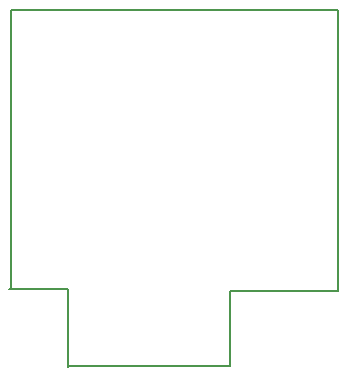
<source format=gbr>
G04 #@! TF.FileFunction,Profile,NP*
%FSLAX46Y46*%
G04 Gerber Fmt 4.6, Leading zero omitted, Abs format (unit mm)*
G04 Created by KiCad (PCBNEW 4.0.7) date 02/12/18 20:49:11*
%MOMM*%
%LPD*%
G01*
G04 APERTURE LIST*
%ADD10C,0.100000*%
%ADD11C,0.150000*%
G04 APERTURE END LIST*
D10*
D11*
X154940000Y-132715000D02*
X154940000Y-132461000D01*
X145796000Y-132715000D02*
X154940000Y-132715000D01*
X145796000Y-139065000D02*
X145796000Y-132715000D01*
X132080000Y-139065000D02*
X145796000Y-139065000D01*
X132080000Y-137922000D02*
X132080000Y-139192000D01*
X132080000Y-132588000D02*
X132080000Y-137922000D01*
X127127000Y-132588000D02*
X132080000Y-132588000D01*
X127254000Y-108966000D02*
X127762000Y-108966000D01*
X127254000Y-132588000D02*
X127254000Y-108966000D01*
X154940000Y-108966000D02*
X154940000Y-132588000D01*
X127508000Y-108966000D02*
X154940000Y-108966000D01*
M02*

</source>
